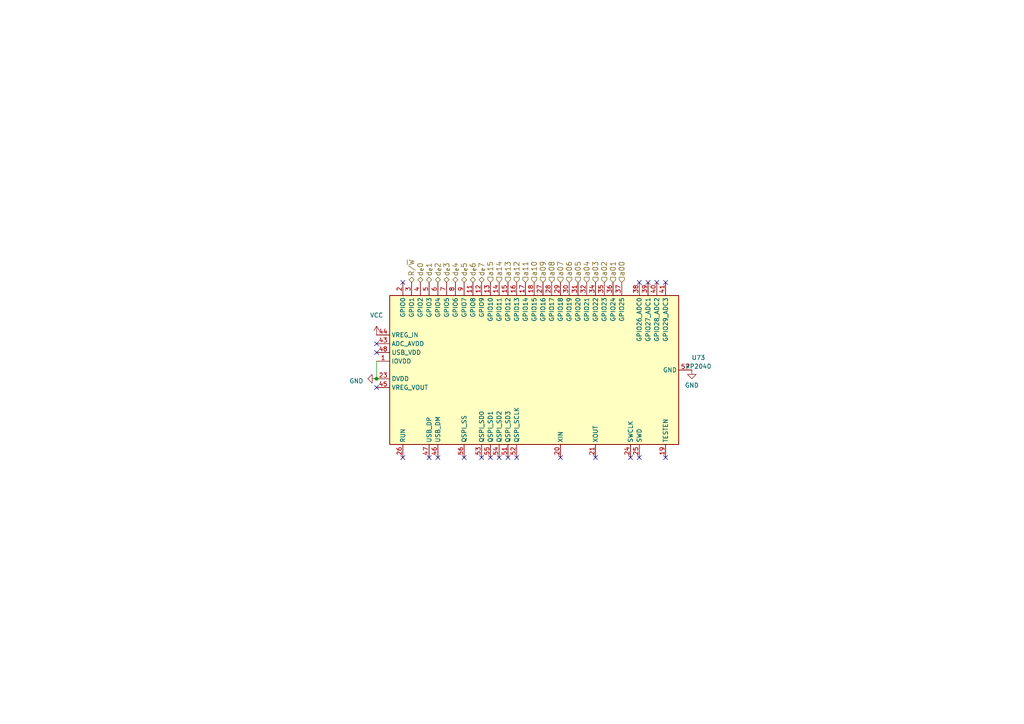
<source format=kicad_sch>
(kicad_sch (version 20230121) (generator eeschema)
  (paper "A4")
  (lib_symbols
    (symbol "MCU_RaspberryPi:RP2040"
      (property "Reference" "U" (at 17.78 45.72 0))
      (property "Value" "RP2040" (at 17.78 43.18 0))
      (symbol "RP2040_0_1"
        (rectangle (start -21.59 41.91) (end 21.59 -41.91) (stroke (width 0.254)) (fill (type background)))
      )
      (symbol "RP2040_1_1"
        (pin power_in line (at 2.54 45.72 270) (length 3.81) (name "IOVDD") (number "1"))
        (pin passive line (at 2.54 45.72 270) (length 3.81) hide (name "IOVDD") (number "10"))
        (pin bidirectional line (at 25.4 17.78 180) (length 3.81) (name "GPIO8") (number "11"))
        (pin bidirectional line (at 25.4 15.24 180) (length 3.81) (name "GPIO9") (number "12"))
        (pin bidirectional line (at 25.4 12.7 180) (length 3.81) (name "GPIO10") (number "13"))
        (pin bidirectional line (at 25.4 10.16 180) (length 3.81) (name "GPIO11") (number "14"))
        (pin bidirectional line (at 25.4 7.62 180) (length 3.81) (name "GPIO12") (number "15"))
        (pin bidirectional line (at 25.4 5.08 180) (length 3.81) (name "GPIO13") (number "16"))
        (pin bidirectional line (at 25.4 2.54 180) (length 3.81) (name "GPIO14") (number "17"))
        (pin bidirectional line (at 25.4 0 180) (length 3.81) (name "GPIO15") (number "18"))
        (pin input line (at -25.4 -38.1 0) (length 3.81) (name "TESTEN") (number "19"))
        (pin bidirectional line (at 25.4 38.1 180) (length 3.81) (name "GPIO0") (number "2"))
        (pin input line (at -25.4 -7.62 0) (length 3.81) (name "XIN") (number "20"))
        (pin passive line (at -25.4 -17.78 0) (length 3.81) (name "XOUT") (number "21"))
        (pin passive line (at 2.54 45.72 270) (length 3.81) hide (name "IOVDD") (number "22"))
        (pin power_in line (at -2.54 45.72 270) (length 3.81) (name "DVDD") (number "23"))
        (pin input line (at -25.4 -27.94 0) (length 3.81) (name "SWCLK") (number "24"))
        (pin bidirectional line (at -25.4 -30.48 0) (length 3.81) (name "SWD") (number "25"))
        (pin input line (at -25.4 38.1 0) (length 3.81) (name "RUN") (number "26"))
        (pin bidirectional line (at 25.4 -2.54 180) (length 3.81) (name "GPIO16") (number "27"))
        (pin bidirectional line (at 25.4 -5.08 180) (length 3.81) (name "GPIO17") (number "28"))
        (pin bidirectional line (at 25.4 -7.62 180) (length 3.81) (name "GPIO18") (number "29"))
        (pin bidirectional line (at 25.4 35.56 180) (length 3.81) (name "GPIO1") (number "3"))
        (pin bidirectional line (at 25.4 -10.16 180) (length 3.81) (name "GPIO19") (number "30"))
        (pin bidirectional line (at 25.4 -12.7 180) (length 3.81) (name "GPIO20") (number "31"))
        (pin bidirectional line (at 25.4 -15.24 180) (length 3.81) (name "GPIO21") (number "32"))
        (pin passive line (at 2.54 45.72 270) (length 3.81) hide (name "IOVDD") (number "33"))
        (pin bidirectional line (at 25.4 -17.78 180) (length 3.81) (name "GPIO22") (number "34"))
        (pin bidirectional line (at 25.4 -20.32 180) (length 3.81) (name "GPIO23") (number "35"))
        (pin bidirectional line (at 25.4 -22.86 180) (length 3.81) (name "GPIO24") (number "36"))
        (pin bidirectional line (at 25.4 -25.4 180) (length 3.81) (name "GPIO25") (number "37"))
        (pin bidirectional line (at 25.4 -30.48 180) (length 3.81) (name "GPIO26_ADC0") (number "38"))
        (pin bidirectional line (at 25.4 -33.02 180) (length 3.81) (name "GPIO27_ADC1") (number "39"))
        (pin bidirectional line (at 25.4 33.02 180) (length 3.81) (name "GPIO2") (number "4"))
        (pin bidirectional line (at 25.4 -35.56 180) (length 3.81) (name "GPIO28_ADC2") (number "40"))
        (pin bidirectional line (at 25.4 -38.1 180) (length 3.81) (name "GPIO29_ADC3") (number "41"))
        (pin passive line (at 2.54 45.72 270) (length 3.81) hide (name "IOVDD") (number "42"))
        (pin power_in line (at 7.62 45.72 270) (length 3.81) (name "ADC_AVDD") (number "43"))
        (pin power_in line (at 10.16 45.72 270) (length 3.81) (name "VREG_IN") (number "44"))
        (pin power_out line (at -5.08 45.72 270) (length 3.81) (name "VREG_VOUT") (number "45"))
        (pin bidirectional line (at -25.4 27.94 0) (length 3.81) (name "USB_DM") (number "46"))
        (pin bidirectional line (at -25.4 30.48 0) (length 3.81) (name "USB_DP") (number "47"))
        (pin power_in line (at 5.08 45.72 270) (length 3.81) (name "USB_VDD") (number "48"))
        (pin passive line (at 2.54 45.72 270) (length 3.81) hide (name "IOVDD") (number "49"))
        (pin bidirectional line (at 25.4 30.48 180) (length 3.81) (name "GPIO3") (number "5"))
        (pin passive line (at -2.54 45.72 270) (length 3.81) hide (name "DVDD") (number "50"))
        (pin bidirectional line (at -25.4 7.62 0) (length 3.81) (name "QSPI_SD3") (number "51"))
        (pin output line (at -25.4 5.08 0) (length 3.81) (name "QSPI_SCLK") (number "52"))
        (pin bidirectional line (at -25.4 15.24 0) (length 3.81) (name "QSPI_SD0") (number "53"))
        (pin bidirectional line (at -25.4 10.16 0) (length 3.81) (name "QSPI_SD2") (number "54"))
        (pin bidirectional line (at -25.4 12.7 0) (length 3.81) (name "QSPI_SD1") (number "55"))
        (pin bidirectional line (at -25.4 20.32 0) (length 3.81) (name "QSPI_SS") (number "56"))
        (pin power_in line (at 0 -45.72 90) (length 3.81) (name "GND") (number "57"))
        (pin bidirectional line (at 25.4 27.94 180) (length 3.81) (name "GPIO4") (number "6"))
        (pin bidirectional line (at 25.4 25.4 180) (length 3.81) (name "GPIO5") (number "7"))
        (pin bidirectional line (at 25.4 22.86 180) (length 3.81) (name "GPIO6") (number "8"))
        (pin bidirectional line (at 25.4 20.32 180) (length 3.81) (name "GPIO7") (number "9"))
      )
    )
    (symbol "power:GND" (power) (pin_names (offset 0))
      (property "Value" "GND" (at 0 -3.81 0))
      (symbol "GND_0_1"
        (polyline (pts (xy 0 0) (xy 0 -1.27) (xy 1.27 -1.27) (xy 0 -2.54) (xy -1.27 -1.27) (xy 0 -1.27)))
      )
      (symbol "GND_1_1"
        (pin power_in line (at 0 0 270) (length 0) hide (name "GND") (number "1"))
      )
    )
    (symbol "power:VCC" (power) (pin_names (offset 0))
      (property "Value" "VCC" (at 0 3.81 0))
      (symbol "VCC_0_1"
        (polyline (pts (xy -0.762 1.27) (xy 0 2.54)))
        (polyline (pts (xy 0 0) (xy 0 2.54)))
        (polyline (pts (xy 0 2.54) (xy 0.762 1.27)))
      )
      (symbol "VCC_1_1"
        (pin power_in line (at 0 0 90) (length 0) hide (name "VCC") (number "1"))
      )
    )
  )
  (junction (at 109.22 109.855))
  (no_connect (at 185.42 81.915))
  (no_connect (at 116.84 81.915))
  (no_connect (at 190.5 81.915))
  (no_connect (at 127 132.715))
  (no_connect (at 172.72 132.715))
  (no_connect (at 149.86 132.715))
  (no_connect (at 147.32 132.715))
  (no_connect (at 144.78 132.715))
  (no_connect (at 116.84 132.715))
  (no_connect (at 109.22 112.395))
  (no_connect (at 109.22 102.235))
  (no_connect (at 109.22 99.695))
  (no_connect (at 142.24 132.715))
  (no_connect (at 124.46 132.715))
  (no_connect (at 134.62 132.715))
  (no_connect (at 139.7 132.715))
  (no_connect (at 193.04 81.915))
  (no_connect (at 187.96 81.915))
  (no_connect (at 182.88 132.715))
  (no_connect (at 185.42 132.715))
  (no_connect (at 193.04 132.715))
  (no_connect (at 162.56 132.715))
  (wire (pts (xy 109.22 104.775) (xy 109.22 109.855)))
  (hierarchical_label "d_{e}0" (shape tri_state) (at 121.92 81.915 90) (effects (font (size 1.524 1.524))))
  (hierarchical_label "a04" (shape input) (at 170.18 81.915 90) (effects (font (size 1.524 1.524))))
  (hierarchical_label "a11" (shape input) (at 152.4 81.915 90) (effects (font (size 1.524 1.524))))
  (hierarchical_label "d_{e}3" (shape tri_state) (at 129.54 81.915 90) (effects (font (size 1.524 1.524))))
  (hierarchical_label "R{slash}~{W}" (shape tri_state) (at 119.38 81.915 90) (effects (font (size 1.524 1.524))))
  (hierarchical_label "a10" (shape input) (at 154.94 81.915 90) (effects (font (size 1.524 1.524))))
  (hierarchical_label "a14" (shape input) (at 144.78 81.915 90) (effects (font (size 1.524 1.524))))
  (hierarchical_label "a07" (shape input) (at 162.56 81.915 90) (effects (font (size 1.524 1.524))))
  (hierarchical_label "a12" (shape input) (at 149.86 81.915 90) (effects (font (size 1.524 1.524))))
  (hierarchical_label "d_{e}2" (shape tri_state) (at 127 81.915 90) (effects (font (size 1.524 1.524))))
  (hierarchical_label "d_{e}7" (shape tri_state) (at 139.7 81.915 90) (effects (font (size 1.524 1.524))))
  (hierarchical_label "a01" (shape input) (at 177.8 81.915 90) (effects (font (size 1.524 1.524))))
  (hierarchical_label "a15" (shape input) (at 142.24 81.915 90) (effects (font (size 1.524 1.524))))
  (hierarchical_label "a03" (shape input) (at 172.72 81.915 90) (effects (font (size 1.524 1.524))))
  (hierarchical_label "a09" (shape input) (at 157.48 81.915 90) (effects (font (size 1.524 1.524))))
  (hierarchical_label "d_{e}4" (shape tri_state) (at 132.08 81.915 90) (effects (font (size 1.524 1.524))))
  (hierarchical_label "a05" (shape input) (at 167.64 81.915 90) (effects (font (size 1.524 1.524))))
  (hierarchical_label "a02" (shape input) (at 175.26 81.915 90) (effects (font (size 1.524 1.524))))
  (hierarchical_label "a13" (shape input) (at 147.32 81.915 90) (effects (font (size 1.524 1.524))))
  (hierarchical_label "a00" (shape input) (at 180.34 81.915 90) (effects (font (size 1.524 1.524))))
  (hierarchical_label "d_{e}5" (shape tri_state) (at 134.62 81.915 90) (effects (font (size 1.524 1.524))))
  (hierarchical_label "d_{e}6" (shape tri_state) (at 137.16 81.915 90) (effects (font (size 1.524 1.524))))
  (hierarchical_label "d_{e}1" (shape tri_state) (at 124.46 81.915 90) (effects (font (size 1.524 1.524))))
  (hierarchical_label "a06" (shape input) (at 165.1 81.915 90) (effects (font (size 1.524 1.524))))
  (hierarchical_label "a08" (shape input) (at 160.02 81.915 90) (effects (font (size 1.524 1.524))))
  (symbol (lib_id "MCU_RaspberryPi:RP2040") (at 154.94 107.315 90) (unit 1)
    (property "Reference" "U73" (at 202.565 103.7336 90))
    (property "Value" "RP2040" (at 202.565 106.2736 90))
    (property "Footprint" "Package_DFN_QFN:QFN-56-1EP_7x7mm_P0.4mm_EP3.2x3.2mm" (effects hide))
    (property "Datasheet" "https://datasheets.raspberrypi.com/rp2040/rp2040-datasheet.pdf" (effects hide))
  )
  (symbol (lib_id "power:GND") (at 109.22 109.855 270) (unit 1)
    (property "Reference" "#PWR0243" (effects hide))
    (property "Value" "GND" (at 105.41 110.49 90) (effects (justify right)))
  )
  (symbol (lib_id "power:VCC") (at 109.22 97.155 0) (unit 1)
    (property "Reference" "#PWR0235" (effects hide))
    (property "Value" "VCC" (at 109.22 91.44 0))
  )
  (symbol (lib_id "power:GND") (at 200.66 107.315 0) (unit 1)
    (property "Reference" "#PWR0236" (effects hide))
    (property "Value" "GND" (at 200.66 111.76 0))
  )
)
</source>
